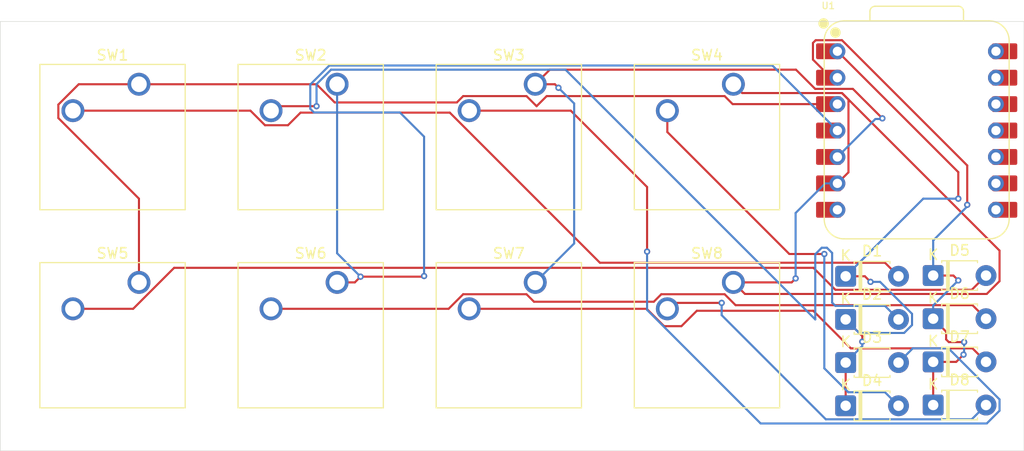
<source format=kicad_pcb>
(kicad_pcb (version 20241229) (generator "pcbnew") (generator_version "9.0")
  (layers (0 "F.Cu" signal) (2 "B.Cu" signal) (13 "F.Paste" user) (15 "B.Paste" user) (5 "F.SilkS" user "F.Silkscreen") (7 "B.SilkS" user "B.Silkscreen") (1 "F.Mask" user) (3 "B.Mask" user) (25 "Edge.Cuts" user))
  (net 0 "")
  (net 1 "Net-(D1-A)")
  (net 2 "Net-(D1-K)")
  (net 3 "Net-(D2-A)")
  (net 4 "Net-(D3-A)")
  (net 5 "Net-(D4-A)")
  (net 6 "Net-(D5-K)")
  (net 7 "Net-(D5-A)")
  (net 8 "Net-(D6-A)")
  (net 9 "Net-(D7-A)")
  (net 10 "Net-(D8-A)")
  (net 11 "Net-(U1-GPIO28{slash}ADC2{slash}A2)")
  (net 12 "Net-(U1-GPIO29{slash}ADC3{slash}A3)")
  (net 13 "Net-(U1-GPIO6{slash}SDA)")
  (net 14 "Net-(U1-GPIO7{slash}SCL)")
  (net 17 "GND")
  (footprint "Button_Switch_Keyboard:SW_Cherry_MX_1.00u_PCB" (layer "F.Cu") (at 157.7975 64.77)
    (property "Reference" "SW6" (at -2.54 -2.794 0) (layer "F.SilkS"))
    (property "Value" "SW_Push")
    (fp_line (start -9.525 -1.905) (end 4.445 -1.905) (stroke (width 0.12)) (layer "F.SilkS"))
    (fp_line (start -9.525 12.065) (end -9.525 -1.905) (stroke (width 0.12)) (layer "F.SilkS"))
    (fp_line (start 4.445 -1.905) (end 4.445 12.065) (stroke (width 0.12)) (layer "F.SilkS"))
    (fp_line (start 4.445 12.065) (end -9.525 12.065) (stroke (width 0.12)) (layer "F.SilkS"))
    (pad "" np_thru_hole circle (at -7.62 5.08) (size 1.7 1.7) (drill 1.7) (layers "*.Cu" "*.Mask"))
    (pad "" np_thru_hole circle (at -2.54 5.08) (size 4 4) (drill 4) (layers "*.Cu" "*.Mask"))
    (pad "" np_thru_hole circle (at 2.54 5.08) (size 1.7 1.7) (drill 1.7) (layers "*.Cu" "*.Mask"))
    (pad "1" thru_hole circle (at 0 0) (size 2.2 2.2) (drill 1.5) (layers "*.Cu" "*.Mask") (net 12 "Net-(U1-GPIO29{slash}ADC3{slash}A3)"))
    (pad "2" thru_hole circle (at -6.35 2.54) (size 2.2 2.2) (drill 1.5) (layers "*.Cu" "*.Mask") (net 8 "Net-(D6-A)"))
  )
  (footprint "Diode_THT:D_T-1_P5.08mm_Horizontal" (layer "F.Cu") (at 215.10625 76.5625)
    (property "Reference" "D8" (at 2.54 -2.42 0) (layer "F.SilkS"))
    (property "Value" "D")
    (fp_line (start 0.82 -1.42) (end 4.26 -1.42) (stroke (width 0.12)) (layer "F.SilkS"))
    (fp_line (start 0.82 -1.24) (end 0.82 -1.42) (stroke (width 0.12)) (layer "F.SilkS"))
    (fp_line (start 0.82 1.24) (end 0.82 1.42) (stroke (width 0.12)) (layer "F.SilkS"))
    (fp_line (start 0.82 1.42) (end 4.26 1.42) (stroke (width 0.12)) (layer "F.SilkS"))
    (fp_line (start 1.3 -1.42) (end 1.3 1.42) (stroke (width 0.12)) (layer "F.SilkS"))
    (fp_line (start 1.42 -1.42) (end 1.42 1.42) (stroke (width 0.12)) (layer "F.SilkS"))
    (fp_line (start 1.54 -1.42) (end 1.54 1.42) (stroke (width 0.12)) (layer "F.SilkS"))
    (fp_line (start 4.26 -1.42) (end 4.26 -1.24) (stroke (width 0.12)) (layer "F.SilkS"))
    (fp_line (start 4.26 1.42) (end 4.26 1.24) (stroke (width 0.12)) (layer "F.SilkS"))
    (fp_text user "K" (at 0 -2 0) (layer "F.SilkS"))
    (pad "1" thru_hole roundrect (at 0 0) (size 2 2) (drill 1) (layers "*.Cu" "*.Mask") (roundrect_rratio 0.125) (net 6 "Net-(D5-K)"))
    (pad "2" thru_hole circle (at 5.08 0) (size 2 2) (drill 1) (layers "*.Cu" "*.Mask") (net 10 "Net-(D8-A)"))
  )
  (footprint "Diode_THT:D_T-1_P5.08mm_Horizontal" (layer "F.Cu") (at 206.6925 76.63125)
    (property "Reference" "D4" (at 2.54 -2.42 0) (layer "F.SilkS"))
    (property "Value" "D")
    (fp_line (start 0.82 -1.42) (end 4.26 -1.42) (stroke (width 0.12)) (layer "F.SilkS"))
    (fp_line (start 0.82 -1.24) (end 0.82 -1.42) (stroke (width 0.12)) (layer "F.SilkS"))
    (fp_line (start 0.82 1.24) (end 0.82 1.42) (stroke (width 0.12)) (layer "F.SilkS"))
    (fp_line (start 0.82 1.42) (end 4.26 1.42) (stroke (width 0.12)) (layer "F.SilkS"))
    (fp_line (start 1.3 -1.42) (end 1.3 1.42) (stroke (width 0.12)) (layer "F.SilkS"))
    (fp_line (start 1.42 -1.42) (end 1.42 1.42) (stroke (width 0.12)) (layer "F.SilkS"))
    (fp_line (start 1.54 -1.42) (end 1.54 1.42) (stroke (width 0.12)) (layer "F.SilkS"))
    (fp_line (start 4.26 -1.42) (end 4.26 -1.24) (stroke (width 0.12)) (layer "F.SilkS"))
    (fp_line (start 4.26 1.42) (end 4.26 1.24) (stroke (width 0.12)) (layer "F.SilkS"))
    (fp_text user "K" (at 0 -2 0) (layer "F.SilkS"))
    (pad "1" thru_hole roundrect (at 0 0) (size 2 2) (drill 1) (layers "*.Cu" "*.Mask") (roundrect_rratio 0.125) (net 2 "Net-(D1-K)"))
    (pad "2" thru_hole circle (at 5.08 0) (size 2 2) (drill 1) (layers "*.Cu" "*.Mask") (net 5 "Net-(D4-A)"))
  )
  (footprint "Diode_THT:D_T-1_P5.08mm_Horizontal" (layer "F.Cu") (at 215.10625 68.2625)
    (property "Reference" "D6" (at 2.54 -2.42 0) (layer "F.SilkS"))
    (property "Value" "D")
    (fp_line (start 0.82 -1.42) (end 4.26 -1.42) (stroke (width 0.12)) (layer "F.SilkS"))
    (fp_line (start 0.82 -1.24) (end 0.82 -1.42) (stroke (width 0.12)) (layer "F.SilkS"))
    (fp_line (start 0.82 1.24) (end 0.82 1.42) (stroke (width 0.12)) (layer "F.SilkS"))
    (fp_line (start 0.82 1.42) (end 4.26 1.42) (stroke (width 0.12)) (layer "F.SilkS"))
    (fp_line (start 1.3 -1.42) (end 1.3 1.42) (stroke (width 0.12)) (layer "F.SilkS"))
    (fp_line (start 1.42 -1.42) (end 1.42 1.42) (stroke (width 0.12)) (layer "F.SilkS"))
    (fp_line (start 1.54 -1.42) (end 1.54 1.42) (stroke (width 0.12)) (layer "F.SilkS"))
    (fp_line (start 4.26 -1.42) (end 4.26 -1.24) (stroke (width 0.12)) (layer "F.SilkS"))
    (fp_line (start 4.26 1.42) (end 4.26 1.24) (stroke (width 0.12)) (layer "F.SilkS"))
    (fp_text user "K" (at 0 -2 0) (layer "F.SilkS"))
    (pad "1" thru_hole roundrect (at 0 0) (size 2 2) (drill 1) (layers "*.Cu" "*.Mask") (roundrect_rratio 0.125) (net 6 "Net-(D5-K)"))
    (pad "2" thru_hole circle (at 5.08 0) (size 2 2) (drill 1) (layers "*.Cu" "*.Mask") (net 8 "Net-(D6-A)"))
  )
  (footprint "Button_Switch_Keyboard:SW_Cherry_MX_1.00u_PCB" (layer "F.Cu") (at 138.7475 45.72)
    (property "Reference" "SW1" (at -2.54 -2.794 0) (layer "F.SilkS"))
    (property "Value" "SW_Push")
    (fp_line (start -9.525 -1.905) (end 4.445 -1.905) (stroke (width 0.12)) (layer "F.SilkS"))
    (fp_line (start -9.525 12.065) (end -9.525 -1.905) (stroke (width 0.12)) (layer "F.SilkS"))
    (fp_line (start 4.445 -1.905) (end 4.445 12.065) (stroke (width 0.12)) (layer "F.SilkS"))
    (fp_line (start 4.445 12.065) (end -9.525 12.065) (stroke (width 0.12)) (layer "F.SilkS"))
    (pad "" np_thru_hole circle (at -7.62 5.08) (size 1.7 1.7) (drill 1.7) (layers "*.Cu" "*.Mask"))
    (pad "" np_thru_hole circle (at -2.54 5.08) (size 4 4) (drill 4) (layers "*.Cu" "*.Mask"))
    (pad "" np_thru_hole circle (at 2.54 5.08) (size 1.7 1.7) (drill 1.7) (layers "*.Cu" "*.Mask"))
    (pad "1" thru_hole circle (at 0 0) (size 2.2 2.2) (drill 1.5) (layers "*.Cu" "*.Mask") (net 11 "Net-(U1-GPIO28{slash}ADC2{slash}A2)"))
    (pad "2" thru_hole circle (at -6.35 2.54) (size 2.2 2.2) (drill 1.5) (layers "*.Cu" "*.Mask") (net 1 "Net-(D1-A)"))
  )
  (footprint "Button_Switch_Keyboard:SW_Cherry_MX_1.00u_PCB" (layer "F.Cu") (at 138.7475 64.77)
    (property "Reference" "SW5" (at -2.54 -2.794 0) (layer "F.SilkS"))
    (property "Value" "SW_Push")
    (fp_line (start -9.525 -1.905) (end 4.445 -1.905) (stroke (width 0.12)) (layer "F.SilkS"))
    (fp_line (start -9.525 12.065) (end -9.525 -1.905) (stroke (width 0.12)) (layer "F.SilkS"))
    (fp_line (start 4.445 -1.905) (end 4.445 12.065) (stroke (width 0.12)) (layer "F.SilkS"))
    (fp_line (start 4.445 12.065) (end -9.525 12.065) (stroke (width 0.12)) (layer "F.SilkS"))
    (pad "" np_thru_hole circle (at -7.62 5.08) (size 1.7 1.7) (drill 1.7) (layers "*.Cu" "*.Mask"))
    (pad "" np_thru_hole circle (at -2.54 5.08) (size 4 4) (drill 4) (layers "*.Cu" "*.Mask"))
    (pad "" np_thru_hole circle (at 2.54 5.08) (size 1.7 1.7) (drill 1.7) (layers "*.Cu" "*.Mask"))
    (pad "1" thru_hole circle (at 0 0) (size 2.2 2.2) (drill 1.5) (layers "*.Cu" "*.Mask") (net 11 "Net-(U1-GPIO28{slash}ADC2{slash}A2)"))
    (pad "2" thru_hole circle (at -6.35 2.54) (size 2.2 2.2) (drill 1.5) (layers "*.Cu" "*.Mask") (net 7 "Net-(D5-A)"))
  )
  (footprint "Diode_THT:D_T-1_P5.08mm_Horizontal" (layer "F.Cu") (at 206.6925 68.33125)
    (property "Reference" "D2" (at 2.54 -2.42 0) (layer "F.SilkS"))
    (property "Value" "D")
    (fp_line (start 0.82 -1.42) (end 4.26 -1.42) (stroke (width 0.12)) (layer "F.SilkS"))
    (fp_line (start 0.82 -1.24) (end 0.82 -1.42) (stroke (width 0.12)) (layer "F.SilkS"))
    (fp_line (start 0.82 1.24) (end 0.82 1.42) (stroke (width 0.12)) (layer "F.SilkS"))
    (fp_line (start 0.82 1.42) (end 4.26 1.42) (stroke (width 0.12)) (layer "F.SilkS"))
    (fp_line (start 1.3 -1.42) (end 1.3 1.42) (stroke (width 0.12)) (layer "F.SilkS"))
    (fp_line (start 1.42 -1.42) (end 1.42 1.42) (stroke (width 0.12)) (layer "F.SilkS"))
    (fp_line (start 1.54 -1.42) (end 1.54 1.42) (stroke (width 0.12)) (layer "F.SilkS"))
    (fp_line (start 4.26 -1.42) (end 4.26 -1.24) (stroke (width 0.12)) (layer "F.SilkS"))
    (fp_line (start 4.26 1.42) (end 4.26 1.24) (stroke (width 0.12)) (layer "F.SilkS"))
    (fp_text user "K" (at 0 -2 0) (layer "F.SilkS"))
    (pad "1" thru_hole roundrect (at 0 0) (size 2 2) (drill 1) (layers "*.Cu" "*.Mask") (roundrect_rratio 0.125) (net 2 "Net-(D1-K)"))
    (pad "2" thru_hole circle (at 5.08 0) (size 2 2) (drill 1) (layers "*.Cu" "*.Mask") (net 3 "Net-(D2-A)"))
  )
  (footprint "Button_Switch_Keyboard:SW_Cherry_MX_1.00u_PCB" (layer "F.Cu") (at 157.7975 45.72)
    (property "Reference" "SW2" (at -2.54 -2.794 0) (layer "F.SilkS"))
    (property "Value" "SW_Push")
    (fp_line (start -9.525 -1.905) (end 4.445 -1.905) (stroke (width 0.12)) (layer "F.SilkS"))
    (fp_line (start -9.525 12.065) (end -9.525 -1.905) (stroke (width 0.12)) (layer "F.SilkS"))
    (fp_line (start 4.445 -1.905) (end 4.445 12.065) (stroke (width 0.12)) (layer "F.SilkS"))
    (fp_line (start 4.445 12.065) (end -9.525 12.065) (stroke (width 0.12)) (layer "F.SilkS"))
    (pad "" np_thru_hole circle (at -7.62 5.08) (size 1.7 1.7) (drill 1.7) (layers "*.Cu" "*.Mask"))
    (pad "" np_thru_hole circle (at -2.54 5.08) (size 4 4) (drill 4) (layers "*.Cu" "*.Mask"))
    (pad "" np_thru_hole circle (at 2.54 5.08) (size 1.7 1.7) (drill 1.7) (layers "*.Cu" "*.Mask"))
    (pad "1" thru_hole circle (at 0 0) (size 2.2 2.2) (drill 1.5) (layers "*.Cu" "*.Mask") (net 12 "Net-(U1-GPIO29{slash}ADC3{slash}A3)"))
    (pad "2" thru_hole circle (at -6.35 2.54) (size 2.2 2.2) (drill 1.5) (layers "*.Cu" "*.Mask") (net 3 "Net-(D2-A)"))
  )
  (footprint "OPL:XIAO-RP2040-DIP" (layer "F.Cu") (at 213.51875 50.17)
    (property "Reference" "U1" (at -8.5 -12 0) (layer "F.SilkS") (effects (font (size 0.635 0.635) (thickness 0.1016))))
    (property "Value" "XIAO-RP2040-DIP")
    (fp_line (start -8.89 8.509) (end -8.89 -8.636) (stroke (width 0.127)) (layer "F.SilkS"))
    (fp_line (start -6.985 10.414) (end 6.985 10.414) (stroke (width 0.127)) (layer "F.SilkS"))
    (fp_line (start -4.495 -10.541) (end -4.491272 -11.451272) (stroke (width 0.127)) (layer "F.SilkS"))
    (fp_line (start -3.991272 -11.951) (end 4.004 -11.951) (stroke (width 0.127)) (layer "F.SilkS"))
    (fp_line (start 4.504 -11.451) (end 4.504 -10.541) (stroke (width 0.127)) (layer "F.SilkS"))
    (fp_line (start 6.985 -10.541) (end -6.985 -10.541) (stroke (width 0.1)) (layer "F.SilkS"))
    (fp_line (start 6.985 -10.541) (end -6.985 -10.541) (stroke (width 0.127)) (layer "F.SilkS"))
    (fp_line (start 8.89 8.509) (end 8.89 -8.636) (stroke (width 0.127)) (layer "F.SilkS"))
    (fp_arc (start -8.89 -8.636) (mid -8.332038 -9.983038) (end -6.985 -10.541) (stroke (width 0.127)) (layer "F.SilkS"))
    (fp_arc (start -6.985 10.414) (mid -8.332038 9.856038) (end -8.89 8.509) (stroke (width 0.127)) (layer "F.SilkS"))
    (fp_arc (start -4.491272 -11.451272) (mid -4.344728 -11.80464) (end -3.991272 -11.951) (stroke (width 0.127)) (layer "F.SilkS"))
    (fp_arc (start 4.004 -11.951) (mid 4.357553 -11.804553) (end 4.504 -11.451) (stroke (width 0.127)) (layer "F.SilkS"))
    (fp_arc (start 6.985 -10.541) (mid 8.332038 -9.983038) (end 8.89 -8.636) (stroke (width 0.127)) (layer "F.SilkS"))
    (fp_arc (start 8.89 8.509) (mid 8.332038 9.856038) (end 6.985 10.414) (stroke (width 0.127)) (layer "F.SilkS"))
    (fp_circle (center -8.95 -10.3) (end -8.95 -10.554) (stroke (width 0.5)) (fill yes) (layer "F.SilkS"))
    (fp_circle (center -7.807 -9.42) (end -7.807 -9.674) (stroke (width 0.5)) (fill yes) (layer "F.SilkS"))
    (pad "1" smd roundrect (at -8.455 -7.62 180) (size 2.432 1.524) (layers "F.Cu" "F.Mask") (roundrect_rratio 0.1) (net 2 "Net-(D1-K)"))
    (pad "1" thru_hole circle (at -7.62 -7.62 180) (size 1.524 1.524) (drill 0.889) (layers "*.Cu" "*.Mask") (net 2 "Net-(D1-K)"))
    (pad "2" smd roundrect (at -8.455 -5.08 180) (size 2.432 1.524) (layers "F.Cu" "F.Mask") (roundrect_rratio 0.1) (net 6 "Net-(D5-K)"))
    (pad "2" thru_hole circle (at -7.62 -5.08 180) (size 1.524 1.524) (drill 0.889) (layers "*.Cu" "*.Mask") (net 6 "Net-(D5-K)"))
    (pad "3" smd roundrect (at -8.455 -2.54 180) (size 2.432 1.524) (layers "F.Cu" "F.Mask") (roundrect_rratio 0.1) (net 11 "Net-(U1-GPIO28{slash}ADC2{slash}A2)"))
    (pad "3" thru_hole circle (at -7.62 -2.54 180) (size 1.524 1.524) (drill 0.889) (layers "*.Cu" "*.Mask") (net 11 "Net-(U1-GPIO28{slash}ADC2{slash}A2)"))
    (pad "4" smd roundrect (at -8.455 0 180) (size 2.432 1.524) (layers "F.Cu" "F.Mask") (roundrect_rratio 0.1) (net 12 "Net-(U1-GPIO29{slash}ADC3{slash}A3)"))
    (pad "4" thru_hole circle (at -7.62 0 180) (size 1.524 1.524) (drill 0.889) (layers "*.Cu" "*.Mask") (net 12 "Net-(U1-GPIO29{slash}ADC3{slash}A3)"))
    (pad "5" smd roundrect (at -8.455 2.54 180) (size 2.432 1.524) (layers "F.Cu" "F.Mask") (roundrect_rratio 0.1) (net 13 "Net-(U1-GPIO6{slash}SDA)"))
    (pad "5" thru_hole circle (at -7.62 2.54 180) (size 1.524 1.524) (drill 0.889) (layers "*.Cu" "*.Mask") (net 13 "Net-(U1-GPIO6{slash}SDA)"))
    (pad "6" smd roundrect (at -8.455 5.08 180) (size 2.432 1.524) (layers "F.Cu" "F.Mask") (roundrect_rratio 0.1) (net 14 "Net-(U1-GPIO7{slash}SCL)"))
    (pad "6" thru_hole circle (at -7.62 5.08 180) (size 1.524 1.524) (drill 0.889) (layers "*.Cu" "*.Mask") (net 14 "Net-(U1-GPIO7{slash}SCL)"))
    (pad "7" smd roundrect (at -8.455 7.62 180) (size 2.432 1.524) (layers "F.Cu" "F.Mask") (roundrect_rratio 0.1))
    (pad "7" thru_hole circle (at -7.62 7.62 180) (size 1.524 1.524) (drill 0.889) (layers "*.Cu" "*.Mask"))
    (pad "8" thru_hole circle (at 7.62 7.62) (size 1.524 1.524) (drill 0.889) (layers "*.Cu" "*.Mask"))
    (pad "8" smd roundrect (at 8.455 7.62) (size 2.432 1.524) (layers "F.Cu" "F.Mask") (roundrect_rratio 0.1))
    (pad "9" thru_hole circle (at 7.62 5.08) (size 1.524 1.524) (drill 0.889) (layers "*.Cu" "*.Mask"))
    (pad "9" smd roundrect (at 8.455 5.08) (size 2.432 1.524) (layers "F.Cu" "F.Mask") (roundrect_rratio 0.1))
    (pad "10" thru_hole circle (at 7.62 2.54) (size 1.524 1.524) (drill 0.889) (layers "*.Cu" "*.Mask"))
    (pad "10" smd roundrect (at 8.455 2.54) (size 2.432 1.524) (layers "F.Cu" "F.Mask") (roundrect_rratio 0.1))
    (pad "11" thru_hole circle (at 7.62 0) (size 1.524 1.524) (drill 0.889) (layers "*.Cu" "*.Mask"))
    (pad "11" smd roundrect (at 8.455 0) (size 2.432 1.524) (layers "F.Cu" "F.Mask") (roundrect_rratio 0.1))
    (pad "12" thru_hole circle (at 7.62 -2.54) (size 1.524 1.524) (drill 0.889) (layers "*.Cu" "*.Mask"))
    (pad "12" smd roundrect (at 8.455 -2.54) (size 2.432 1.524) (layers "F.Cu" "F.Mask") (roundrect_rratio 0.1))
    (pad "13" thru_hole circle (at 7.62 -5.08) (size 1.524 1.524) (drill 0.889) (layers "*.Cu" "*.Mask") (net 17 "GND"))
    (pad "13" smd roundrect (at 8.455 -5.08) (size 2.432 1.524) (layers "F.Cu" "F.Mask") (roundrect_rratio 0.1) (net 17 "GND"))
    (pad "14" thru_hole circle (at 7.62 -7.62) (size 1.524 1.524) (drill 0.889) (layers "*.Cu" "*.Mask"))
    (pad "14" smd roundrect (at 8.455 -7.62) (size 2.432 1.524) (layers "F.Cu" "F.Mask") (roundrect_rratio 0.1))
  )
  (footprint "Diode_THT:D_T-1_P5.08mm_Horizontal" (layer "F.Cu") (at 215.10625 72.4125)
    (property "Reference" "D7" (at 2.54 -2.42 0) (layer "F.SilkS"))
    (property "Value" "D")
    (fp_line (start 0.82 -1.42) (end 4.26 -1.42) (stroke (width 0.12)) (layer "F.SilkS"))
    (fp_line (start 0.82 -1.24) (end 0.82 -1.42) (stroke (width 0.12)) (layer "F.SilkS"))
    (fp_line (start 0.82 1.24) (end 0.82 1.42) (stroke (width 0.12)) (layer "F.SilkS"))
    (fp_line (start 0.82 1.42) (end 4.26 1.42) (stroke (width 0.12)) (layer "F.SilkS"))
    (fp_line (start 1.3 -1.42) (end 1.3 1.42) (stroke (width 0.12)) (layer "F.SilkS"))
    (fp_line (start 1.42 -1.42) (end 1.42 1.42) (stroke (width 0.12)) (layer "F.SilkS"))
    (fp_line (start 1.54 -1.42) (end 1.54 1.42) (stroke (width 0.12)) (layer "F.SilkS"))
    (fp_line (start 4.26 -1.42) (end 4.26 -1.24) (stroke (width 0.12)) (layer "F.SilkS"))
    (fp_line (start 4.26 1.42) (end 4.26 1.24) (stroke (width 0.12)) (layer "F.SilkS"))
    (fp_text user "K" (at 0 -2 0) (layer "F.SilkS"))
    (pad "1" thru_hole roundrect (at 0 0) (size 2 2) (drill 1) (layers "*.Cu" "*.Mask") (roundrect_rratio 0.125) (net 6 "Net-(D5-K)"))
    (pad "2" thru_hole circle (at 5.08 0) (size 2 2) (drill 1) (layers "*.Cu" "*.Mask") (net 9 "Net-(D7-A)"))
  )
  (footprint "Button_Switch_Keyboard:SW_Cherry_MX_1.00u_PCB" (layer "F.Cu") (at 195.8975 45.72)
    (property "Reference" "SW4" (at -2.54 -2.794 0) (layer "F.SilkS"))
    (property "Value" "SW_Push")
    (fp_line (start -9.525 -1.905) (end 4.445 -1.905) (stroke (width 0.12)) (layer "F.SilkS"))
    (fp_line (start -9.525 12.065) (end -9.525 -1.905) (stroke (width 0.12)) (layer "F.SilkS"))
    (fp_line (start 4.445 -1.905) (end 4.445 12.065) (stroke (width 0.12)) (layer "F.SilkS"))
    (fp_line (start 4.445 12.065) (end -9.525 12.065) (stroke (width 0.12)) (layer "F.SilkS"))
    (pad "" np_thru_hole circle (at -7.62 5.08) (size 1.7 1.7) (drill 1.7) (layers "*.Cu" "*.Mask"))
    (pad "" np_thru_hole circle (at -2.54 5.08) (size 4 4) (drill 4) (layers "*.Cu" "*.Mask"))
    (pad "" np_thru_hole circle (at 2.54 5.08) (size 1.7 1.7) (drill 1.7) (layers "*.Cu" "*.Mask"))
    (pad "1" thru_hole circle (at 0 0) (size 2.2 2.2) (drill 1.5) (layers "*.Cu" "*.Mask") (net 14 "Net-(U1-GPIO7{slash}SCL)"))
    (pad "2" thru_hole circle (at -6.35 2.54) (size 2.2 2.2) (drill 1.5) (layers "*.Cu" "*.Mask") (net 5 "Net-(D4-A)"))
  )
  (footprint "Button_Switch_Keyboard:SW_Cherry_MX_1.00u_PCB" (layer "F.Cu") (at 176.8475 64.77)
    (property "Reference" "SW7" (at -2.54 -2.794 0) (layer "F.SilkS"))
    (property "Value" "SW_Push")
    (fp_line (start -9.525 -1.905) (end 4.445 -1.905) (stroke (width 0.12)) (layer "F.SilkS"))
    (fp_line (start -9.525 12.065) (end -9.525 -1.905) (stroke (width 0.12)) (layer "F.SilkS"))
    (fp_line (start 4.445 -1.905) (end 4.445 12.065) (stroke (width 0.12)) (layer "F.SilkS"))
    (fp_line (start 4.445 12.065) (end -9.525 12.065) (stroke (width 0.12)) (layer "F.SilkS"))
    (pad "" np_thru_hole circle (at -7.62 5.08) (size 1.7 1.7) (drill 1.7) (layers "*.Cu" "*.Mask"))
    (pad "" np_thru_hole circle (at -2.54 5.08) (size 4 4) (drill 4) (layers "*.Cu" "*.Mask"))
    (pad "" np_thru_hole circle (at 2.54 5.08) (size 1.7 1.7) (drill 1.7) (layers "*.Cu" "*.Mask"))
    (pad "1" thru_hole circle (at 0 0) (size 2.2 2.2) (drill 1.5) (layers "*.Cu" "*.Mask") (net 13 "Net-(U1-GPIO6{slash}SDA)"))
    (pad "2" thru_hole circle (at -6.35 2.54) (size 2.2 2.2) (drill 1.5) (layers "*.Cu" "*.Mask") (net 9 "Net-(D7-A)"))
  )
  (footprint "Button_Switch_Keyboard:SW_Cherry_MX_1.00u_PCB" (layer "F.Cu") (at 176.8475 45.72)
    (property "Reference" "SW3" (at -2.54 -2.794 0) (layer "F.SilkS"))
    (property "Value" "SW_Push")
    (fp_line (start -9.525 -1.905) (end 4.445 -1.905) (stroke (width 0.12)) (layer "F.SilkS"))
    (fp_line (start -9.525 12.065) (end -9.525 -1.905) (stroke (width 0.12)) (layer "F.SilkS"))
    (fp_line (start 4.445 -1.905) (end 4.445 12.065) (stroke (width 0.12)) (layer "F.SilkS"))
    (fp_line (start 4.445 12.065) (end -9.525 12.065) (stroke (width 0.12)) (layer "F.SilkS"))
    (pad "" np_thru_hole circle (at -7.62 5.08) (size 1.7 1.7) (drill 1.7) (layers "*.Cu" "*.Mask"))
    (pad "" np_thru_hole circle (at -2.54 5.08) (size 4 4) (drill 4) (layers "*.Cu" "*.Mask"))
    (pad "" np_thru_hole circle (at 2.54 5.08) (size 1.7 1.7) (drill 1.7) (layers "*.Cu" "*.Mask"))
    (pad "1" thru_hole circle (at 0 0) (size 2.2 2.2) (drill 1.5) (layers "*.Cu" "*.Mask") (net 13 "Net-(U1-GPIO6{slash}SDA)"))
    (pad "2" thru_hole circle (at -6.35 2.54) (size 2.2 2.2) (drill 1.5) (layers "*.Cu" "*.Mask") (net 4 "Net-(D3-A)"))
  )
  (footprint "Diode_THT:D_T-1_P5.08mm_Horizontal" (layer "F.Cu") (at 215.10625 64.1125)
    (property "Reference" "D5" (at 2.54 -2.42 0) (layer "F.SilkS"))
    (property "Value" "D")
    (fp_line (start 0.82 -1.42) (end 4.26 -1.42) (stroke (width 0.12)) (layer "F.SilkS"))
    (fp_line (start 0.82 -1.24) (end 0.82 -1.42) (stroke (width 0.12)) (layer "F.SilkS"))
    (fp_line (start 0.82 1.24) (end 0.82 1.42) (stroke (width 0.12)) (layer "F.SilkS"))
    (fp_line (start 0.82 1.42) (end 4.26 1.42) (stroke (width 0.12)) (layer "F.SilkS"))
    (fp_line (start 1.3 -1.42) (end 1.3 1.42) (stroke (width 0.12)) (layer "F.SilkS"))
    (fp_line (start 1.42 -1.42) (end 1.42 1.42) (stroke (width 0.12)) (layer "F.SilkS"))
    (fp_line (start 1.54 -1.42) (end 1.54 1.42) (stroke (width 0.12)) (layer "F.SilkS"))
    (fp_line (start 4.26 -1.42) (end 4.26 -1.24) (stroke (width 0.12)) (layer "F.SilkS"))
    (fp_line (start 4.26 1.42) (end 4.26 1.24) (stroke (width 0.12)) (layer "F.SilkS"))
    (fp_text user "K" (at 0 -2 0) (layer "F.SilkS"))
    (pad "1" thru_hole roundrect (at 0 0) (size 2 2) (drill 1) (layers "*.Cu" "*.Mask") (roundrect_rratio 0.125) (net 6 "Net-(D5-K)"))
    (pad "2" thru_hole circle (at 5.08 0) (size 2 2) (drill 1) (layers "*.Cu" "*.Mask") (net 7 "Net-(D5-A)"))
  )
  (footprint "Button_Switch_Keyboard:SW_Cherry_MX_1.00u_PCB" (layer "F.Cu") (at 195.8975 64.77)
    (property "Reference" "SW8" (at -2.54 -2.794 0) (layer "F.SilkS"))
    (property "Value" "SW_Push")
    (fp_line (start -9.525 -1.905) (end 4.445 -1.905) (stroke (width 0.12)) (layer "F.SilkS"))
    (fp_line (start -9.525 12.065) (end -9.525 -1.905) (stroke (width 0.12)) (layer "F.SilkS"))
    (fp_line (start 4.445 -1.905) (end 4.445 12.065) (stroke (width 0.12)) (layer "F.SilkS"))
    (fp_line (start 4.445 12.065) (end -9.525 12.065) (stroke (width 0.12)) (layer "F.SilkS"))
    (pad "" np_thru_hole circle (at -7.62 5.08) (size 1.7 1.7) (drill 1.7) (layers "*.Cu" "*.Mask"))
    (pad "" np_thru_hole circle (at -2.54 5.08) (size 4 4) (drill 4) (layers "*.Cu" "*.Mask"))
    (pad "" np_thru_hole circle (at 2.54 5.08) (size 1.7 1.7) (drill 1.7) (layers "*.Cu" "*.Mask"))
    (pad "1" thru_hole circle (at 0 0) (size 2.2 2.2) (drill 1.5) (layers "*.Cu" "*.Mask") (net 14 "Net-(U1-GPIO7{slash}SCL)"))
    (pad "2" thru_hole circle (at -6.35 2.54) (size 2.2 2.2) (drill 1.5) (layers "*.Cu" "*.Mask") (net 10 "Net-(D8-A)"))
  )
  (footprint "Diode_THT:D_T-1_P5.08mm_Horizontal" (layer "F.Cu") (at 206.6925 64.18125)
    (property "Reference" "D1" (at 2.54 -2.42 0) (layer "F.SilkS"))
    (property "Value" "D")
    (fp_line (start 0.82 -1.42) (end 4.26 -1.42) (stroke (width 0.12)) (layer "F.SilkS"))
    (fp_line (start 0.82 -1.24) (end 0.82 -1.42) (stroke (width 0.12)) (layer "F.SilkS"))
    (fp_line (start 0.82 1.24) (end 0.82 1.42) (stroke (width 0.12)) (layer "F.SilkS"))
    (fp_line (start 0.82 1.42) (end 4.26 1.42) (stroke (width 0.12)) (layer "F.SilkS"))
    (fp_line (start 1.3 -1.42) (end 1.3 1.42) (stroke (width 0.12)) (layer "F.SilkS"))
    (fp_line (start 1.42 -1.42) (end 1.42 1.42) (stroke (width 0.12)) (layer "F.SilkS"))
    (fp_line (start 1.54 -1.42) (end 1.54 1.42) (stroke (width 0.12)) (layer "F.SilkS"))
    (fp_line (start 4.26 -1.42) (end 4.26 -1.24) (stroke (width 0.12)) (layer "F.SilkS"))
    (fp_line (start 4.26 1.42) (end 4.26 1.24) (stroke (width 0.12)) (layer "F.SilkS"))
    (fp_text user "K" (at 0 -2 0) (layer "F.SilkS"))
    (pad "1" thru_hole roundrect (at 0 0) (size 2 2) (drill 1) (layers "*.Cu" "*.Mask") (roundrect_rratio 0.125) (net 2 "Net-(D1-K)"))
    (pad "2" thru_hole circle (at 5.08 0) (size 2 2) (drill 1) (layers "*.Cu" "*.Mask") (net 1 "Net-(D1-A)"))
  )
  (footprint "Diode_THT:D_T-1_P5.08mm_Horizontal" (layer "F.Cu") (at 206.6925 72.48125)
    (property "Reference" "D3" (at 2.54 -2.42 0) (layer "F.SilkS"))
    (property "Value" "D")
    (fp_line (start 0.82 -1.42) (end 4.26 -1.42) (stroke (width 0.12)) (layer "F.SilkS"))
    (fp_line (start 0.82 -1.24) (end 0.82 -1.42) (stroke (width 0.12)) (layer "F.SilkS"))
    (fp_line (start 0.82 1.24) (end 0.82 1.42) (stroke (width 0.12)) (layer "F.SilkS"))
    (fp_line (start 0.82 1.42) (end 4.26 1.42) (stroke (width 0.12)) (layer "F.SilkS"))
    (fp_line (start 1.3 -1.42) (end 1.3 1.42) (stroke (width 0.12)) (layer "F.SilkS"))
    (fp_line (start 1.42 -1.42) (end 1.42 1.42) (stroke (width 0.12)) (layer "F.SilkS"))
    (fp_line (start 1.54 -1.42) (end 1.54 1.42) (stroke (width 0.12)) (layer "F.SilkS"))
    (fp_line (start 4.26 -1.42) (end 4.26 -1.24) (stroke (width 0.12)) (layer "F.SilkS"))
    (fp_line (start 4.26 1.42) (end 4.26 1.24) (stroke (width 0.12)) (layer "F.SilkS"))
    (fp_text user "K" (at 0 -2 0) (layer "F.SilkS"))
    (pad "1" thru_hole roundrect (at 0 0) (size 2 2) (drill 1) (layers "*.Cu" "*.Mask") (roundrect_rratio 0.125) (net 2 "Net-(D1-K)"))
    (pad "2" thru_hole circle (at 5.08 0) (size 2 2) (drill 1) (layers "*.Cu" "*.Mask") (net 4 "Net-(D3-A)"))
  )
  (gr_rect (start 125.4125 39.6875) (end 223.8375 80.9625) (stroke (width 0.05)) (fill no) (layer "Edge.Cuts"))
  (segment (start 153.071684 49.661) (end 154.283684 48.449) (width 0.2) (layer "F.Cu") (net 1))
  (segment (start 149.466186 48.26) (end 150.867186 49.661) (width 0.2) (layer "F.Cu") (net 1))
  (segment (start 210.4715 62.88025) (end 211.7725 64.18125) (width 0.2) (layer "F.Cu") (net 1))
  (segment (start 132.35125 48.30625) (end 132.3975 48.26) (width 0.2) (layer "F.Cu") (net 1))
  (segment (start 168.631684 48.449) (end 183.062934 62.88025) (width 0.2) (layer "F.Cu") (net 1))
  (segment (start 132.3975 48.26) (end 149.466186 48.26) (width 0.2) (layer "F.Cu") (net 1))
  (segment (start 183.062934 62.88025) (end 210.4715 62.88025) (width 0.2) (layer "F.Cu") (net 1))
  (segment (start 154.283684 48.449) (end 168.631684 48.449) (width 0.2) (layer "F.Cu") (net 1))
  (segment (start 150.867186 49.661) (end 153.071684 49.661) (width 0.2) (layer "F.Cu") (net 1))
  (segment (start 206.6925 68.33125) (end 208.29 69.92875) (width 0.2) (layer "F.Cu") (net 2))
  (segment (start 208.29 69.92875) (end 208.29 70.47) (width 0.2) (layer "F.Cu") (net 2))
  (segment (start 205.89875 42.55) (end 217.52 54.17125) (width 0.2) (layer "F.Cu") (net 2))
  (segment (start 217.52 54.17125) (end 217.52 56.72) (width 0.2) (layer "F.Cu") (net 2))
  (segment (start 206.6925 64.18125) (end 208.54125 64.18125) (width 0.2) (layer "F.Cu") (net 2))
  (segment (start 206.6925 72.48125) (end 206.6925 76.63125) (width 0.2) (layer "F.Cu") (net 2))
  (segment (start 208.54125 64.18125) (end 209.08 64.72) (width 0.2) (layer "F.Cu") (net 2))
  (via (at 208.29 70.47) (size 0.6) (drill 0.3) (layers "F.Cu" "B.Cu") (net 2))
  (via (at 209.08 64.72) (size 0.6) (drill 0.3) (layers "F.Cu" "B.Cu") (net 2))
  (via (at 217.52 56.72) (size 0.6) (drill 0.3) (layers "F.Cu" "B.Cu") (net 2))
  (segment (start 212.311392 69.63225) (end 207.9935 69.63225) (width 0.2) (layer "B.Cu") (net 2))
  (segment (start 207.9935 69.63225) (end 206.6925 68.33125) (width 0.2) (layer "B.Cu") (net 2))
  (segment (start 214.15375 56.72) (end 206.6925 64.18125) (width 0.2) (layer "B.Cu") (net 2))
  (segment (start 210.001142 64.72) (end 213.0735 67.792358) (width 0.2) (layer "B.Cu") (net 2))
  (segment (start 209.08 64.72) (end 210.001142 64.72) (width 0.2) (layer "B.Cu") (net 2))
  (segment (start 213.0735 67.792358) (end 213.0735 68.870142) (width 0.2) (layer "B.Cu") (net 2))
  (segment (start 217.52 56.72) (end 214.15375 56.72) (width 0.2) (layer "B.Cu") (net 2))
  (segment (start 208.29 70.88375) (end 206.6925 72.48125) (width 0.2) (layer "B.Cu") (net 2))
  (segment (start 213.0735 68.870142) (end 212.311392 69.63225) (width 0.2) (layer "B.Cu") (net 2))
  (segment (start 208.29 70.47) (end 208.29 70.88375) (width 0.2) (layer "B.Cu") (net 2))
  (segment (start 151.8775 47.83) (end 155.82 47.83) (width 0.2) (layer "F.Cu") (net 3))
  (segment (start 151.4475 48.26) (end 151.8775 47.83) (width 0.2) (layer "F.Cu") (net 3))
  (via (at 155.82 47.83) (size 0.6) (drill 0.3) (layers "F.Cu" "B.Cu") (net 3))
  (segment (start 157.217186 44.319) (end 179.758 44.319) (width 0.2) (layer "B.Cu") (net 3))
  (segment (start 203.77025 68.33125) (end 203.77025 62.059807) (width 0.2) (layer "B.Cu") (net 3))
  (segment (start 210.4715 67.03025) (end 211.7725 68.33125) (width 0.2) (layer "B.Cu") (net 3))
  (segment (start 205.3915 66.71441) (end 205.70734 67.03025) (width 0.2) (layer "B.Cu") (net 3))
  (segment (start 155.82 47.83) (end 155.82 45.716186) (width 0.2) (layer "B.Cu") (net 3))
  (segment (start 204.888943 61.439) (end 205.3915 61.941557) (width 0.2) (layer "B.Cu") (net 3))
  (segment (start 179.758 44.319) (end 203.77025 68.33125) (width 0.2) (layer "B.Cu") (net 3))
  (segment (start 205.70734 67.03025) (end 210.4715 67.03025) (width 0.2) (layer "B.Cu") (net 3))
  (segment (start 203.77025 62.059807) (end 204.391057 61.439) (width 0.2) (layer "B.Cu") (net 3))
  (segment (start 204.391057 61.439) (end 204.888943 61.439) (width 0.2) (layer "B.Cu") (net 3))
  (segment (start 205.3915 61.941557) (end 205.3915 66.71441) (width 0.2) (layer "B.Cu") (net 3))
  (segment (start 155.82 45.716186) (end 157.217186 44.319) (width 0.2) (layer "B.Cu") (net 3))
  (segment (start 180.26075 48.26) (end 187.6 55.59925) (width 0.2) (layer "F.Cu") (net 4))
  (segment (start 170.06903 48.26) (end 170.4975 48.26) (width 0.2) (layer "F.Cu") (net 4))
  (segment (start 187.6 55.59925) (end 187.6 61.81) (width 0.2) (layer "F.Cu") (net 4))
  (segment (start 170.4975 48.26) (end 180.26075 48.26) (width 0.2) (layer "F.Cu") (net 4))
  (via (at 187.6 61.81) (size 0.6) (drill 0.3) (layers "F.Cu" "B.Cu") (net 4))
  (segment (start 198.515934 78.33325) (end 220.255392 78.33325) (width 0.2) (layer "B.Cu") (net 4))
  (segment (start 221.48725 77.101392) (end 221.48725 76.023608) (width 0.2) (layer "B.Cu") (net 4))
  (segment (start 187.6 67.417316) (end 198.515934 78.33325) (width 0.2) (layer "B.Cu") (net 4))
  (segment (start 221.48725 76.023608) (end 216.575142 71.1115) (width 0.2) (layer "B.Cu") (net 4))
  (segment (start 216.575142 71.1115) (end 213.14225 71.1115) (width 0.2) (layer "B.Cu") (net 4))
  (segment (start 187.6 61.81) (end 187.6 67.417316) (width 0.2) (layer "B.Cu") (net 4))
  (segment (start 220.255392 78.33325) (end 221.48725 77.101392) (width 0.2) (layer "B.Cu") (net 4))
  (segment (start 213.14225 71.1115) (end 211.7725 72.48125) (width 0.2) (layer "B.Cu") (net 4))
  (segment (start 201.272684 62.04) (end 204.64 62.04) (width 0.2) (layer "F.Cu") (net 5))
  (segment (start 189.5475 48.26) (end 189.5475 50.314816) (width 0.2) (layer "F.Cu") (net 5))
  (segment (start 189.5475 50.314816) (end 201.272684 62.04) (width 0.2) (layer "F.Cu") (net 5))
  (via (at 204.64 62.04) (size 0.6) (drill 0.3) (layers "F.Cu" "B.Cu") (net 5))
  (segment (start 204.64 62.04) (end 204.64 73.03) (width 0.2) (layer "B.Cu") (net 5))
  (segment (start 206.94025 75.33025) (end 210.4715 75.33025) (width 0.2) (layer "B.Cu") (net 5))
  (segment (start 210.4715 75.33025) (end 211.7725 76.63125) (width 0.2) (layer "B.Cu") (net 5))
  (segment (start 204.64 73.03) (end 206.94025 75.33025) (width 0.2) (layer "B.Cu") (net 5))
  (segment (start 215.10625 64.1125) (end 217.0525 64.1125) (width 0.2) (layer "F.Cu") (net 6))
  (segment (start 218.38 53.52794) (end 218.38 57.31) (width 0.2) (layer "F.Cu") (net 6))
  (segment (start 203.808124 41.487) (end 206.33906 41.487) (width 0.2) (layer "F.Cu") (net 6))
  (segment (start 217.0525 64.1125) (end 217.52 64.58) (width 0.2) (layer "F.Cu") (net 6))
  (segment (start 205.89875 45.09) (end 205.285124 45.09) (width 0.2) (layer "F.Cu") (net 6))
  (segment (start 218.023669 71.7115) (end 217.322669 72.4125) (width 0.2) (layer "F.Cu") (net 6))
  (segment (start 216.35 70.25) (end 216.6115 70.5115) (width 0.2) (layer "F.Cu") (net 6))
  (segment (start 206.33906 41.487) (end 218.38 53.52794) (width 0.2) (layer "F.Cu") (net 6))
  (segment (start 216.6115 70.5115) (end 218.08 70.5115) (width 0.2) (layer "F.Cu") (net 6))
  (segment (start 203.54675 41.748374) (end 203.808124 41.487) (width 0.2) (layer "F.Cu") (net 6))
  (segment (start 205.285124 45.09) (end 203.54675 43.351626) (width 0.2) (layer "F.Cu") (net 6))
  (segment (start 203.54675 43.351626) (end 203.54675 41.748374) (width 0.2) (layer "F.Cu") (net 6))
  (segment (start 215.10625 68.2625) (end 216.35 69.50625) (width 0.2) (layer "F.Cu") (net 6))
  (segment (start 216.35 69.50625) (end 216.35 70.25) (width 0.2) (layer "F.Cu") (net 6))
  (segment (start 217.322669 72.4125) (end 215.10625 72.4125) (width 0.2) (layer "F.Cu") (net 6))
  (segment (start 215.10625 72.4125) (end 215.10625 76.5625) (width 0.2) (layer "F.Cu") (net 6))
  (via (at 218.023669 71.7115) (size 0.6) (drill 0.3) (layers "F.Cu" "B.Cu") (net 6))
  (via (at 217.52 64.58) (size 0.6) (drill 0.3) (layers "F.Cu" "B.Cu") (net 6))
  (via (at 218.08 70.5115) (size 0.6) (drill 0.3) (layers "F.Cu" "B.Cu") (net 6))
  (via (at 218.38 57.31) (size 0.6) (drill 0.3) (layers "F.Cu" "B.Cu") (net 6))
  (segment (start 218.0115 71.7115) (end 218.023669 71.7115) (width 0.2) (layer "B.Cu") (net 6))
  (segment (start 215.10625 60.74375) (end 215.10625 64.1125) (width 0.2) (layer "B.Cu") (net 6))
  (segment (start 218.08 71.5) (end 217.94 71.64) (width 0.2) (layer "B.Cu") (net 6))
  (segment (start 218.38 57.47) (end 215.10625 60.74375) (width 0.2) (layer "B.Cu") (net 6))
  (segment (start 218.38 57.31) (end 218.38 57.47) (width 0.2) (layer "B.Cu") (net 6))
  (segment (start 217.52 64.58) (end 215.10625 66.99375) (width 0.2) (layer "B.Cu") (net 6))
  (segment (start 215.10625 66.99375) (end 215.10625 68.2625) (width 0.2) (layer "B.Cu") (net 6))
  (segment (start 217.94 71.64) (end 218.0115 71.7115) (width 0.2) (layer "B.Cu") (net 6))
  (segment (start 218.08 70.5115) (end 218.08 71.5) (width 0.2) (layer "B.Cu") (net 6))
  (segment (start 142.129814 63.369) (end 203.59409 63.369) (width 0.2) (layer "F.Cu") (net 7))
  (segment (start 218.8165 65.48225) (end 220.18625 64.1125) (width 0.2) (layer "F.Cu") (net 7))
  (segment (start 138.188814 67.31) (end 142.129814 63.369) (width 0.2) (layer "F.Cu") (net 7))
  (segment (start 132.3975 67.31) (end 138.188814 67.31) (width 0.2) (layer "F.Cu") (net 7))
  (segment (start 203.59409 63.369) (end 205.70734 65.48225) (width 0.2) (layer "F.Cu") (net 7))
  (segment (start 205.70734 65.48225) (end 218.8165 65.48225) (width 0.2) (layer "F.Cu") (net 7))
  (segment (start 168.516186 67.31) (end 169.917186 65.909) (width 0.2) (layer "F.Cu") (net 8))
  (segment (start 176.726186 66.63) (end 188.246186 66.63) (width 0.2) (layer "F.Cu") (net 8))
  (segment (start 196.107686 66.9615) (end 218.88525 66.9615) (width 0.2) (layer "F.Cu") (net 8))
  (segment (start 195.055186 65.909) (end 196.107686 66.9615) (width 0.2) (layer "F.Cu") (net 8))
  (segment (start 188.967186 65.909) (end 195.055186 65.909) (width 0.2) (layer "F.Cu") (net 8))
  (segment (start 188.246186 66.63) (end 188.967186 65.909) (width 0.2) (layer "F.Cu") (net 8))
  (segment (start 218.88525 66.9615) (end 220.18625 68.2625) (width 0.2) (layer "F.Cu") (net 8))
  (segment (start 176.005186 65.909) (end 176.726186 66.63) (width 0.2) (layer "F.Cu") (net 8))
  (segment (start 169.917186 65.909) (end 176.005186 65.909) (width 0.2) (layer "F.Cu") (net 8))
  (segment (start 151.4475 67.31) (end 168.516186 67.31) (width 0.2) (layer "F.Cu") (net 8))
  (segment (start 190.902684 68.98) (end 192.383684 67.499) (width 0.2) (layer "F.Cu") (net 9))
  (segment (start 218.88525 71.1115) (end 220.18625 72.4125) (width 0.2) (layer "F.Cu") (net 9))
  (segment (start 203.57409 67.499) (end 207.18659 71.1115) (width 0.2) (layer "F.Cu") (net 9))
  (segment (start 189.236186 68.98) (end 190.902684 68.98) (width 0.2) (layer "F.Cu") (net 9))
  (segment (start 192.383684 67.499) (end 203.57409 67.499) (width 0.2) (layer "F.Cu") (net 9))
  (segment (start 187.566186 67.31) (end 189.236186 68.98) (width 0.2) (layer "F.Cu") (net 9))
  (segment (start 207.18659 71.1115) (end 218.88525 71.1115) (width 0.2) (layer "F.Cu") (net 9))
  (segment (start 170.4975 67.31) (end 187.566186 67.31) (width 0.2) (layer "F.Cu") (net 9))
  (segment (start 190.1175 66.74) (end 194.77 66.74) (width 0.2) (layer "F.Cu") (net 10))
  (segment (start 189.5475 67.31) (end 190.1175 66.74) (width 0.2) (layer "F.Cu") (net 10))
  (via (at 194.77 66.74) (size 0.6) (drill 0.3) (layers "F.Cu" "B.Cu") (net 10))
  (segment (start 194.77 66.74) (end 194.77 67.92) (width 0.2) (layer "B.Cu") (net 10))
  (segment (start 194.77 67.92) (end 204.78225 77.93225) (width 0.2) (layer "B.Cu") (net 10))
  (segment (start 204.78225 77.93225) (end 218.8165 77.93225) (width 0.2) (layer "B.Cu") (net 10))
  (segment (start 218.8165 77.93225) (end 220.18625 76.5625) (width 0.2) (layer "B.Cu") (net 10))
  (segment (start 157.566186 47.47) (end 169.306186 47.47) (width 0.2) (layer "F.Cu") (net 11))
  (segment (start 138.7475 45.72) (end 132.956186 45.72) (width 0.2) (layer "F.Cu") (net 11))
  (segment (start 177.947186 46.859) (end 195.055186 46.859) (width 0.2) (layer "F.Cu") (net 11))
  (segment (start 169.917186 46.859) (end 176.005186 46.859) (width 0.2) (layer "F.Cu") (net 11))
  (segment (start 169.306186 47.47) (end 169.917186 46.859) (width 0.2) (layer "F.Cu") (net 11))
  (segment (start 195.055186 46.859) (end 195.826186 47.63) (width 0.2) (layer "F.Cu") (net 11))
  (segment (start 155.816186 45.72) (end 157.566186 47.47) (width 0.2) (layer "F.Cu") (net 11))
  (segment (start 138.7475 45.72) (end 155.816186 45.72) (width 0.2) (layer "F.Cu") (net 11))
  (segment (start 132.956186 45.72) (end 130.9965 47.679686) (width 0.2) (layer "F.Cu") (net 11))
  (segment (start 138.7475 56.72153) (end 138.7475 64.77) (width 0.2) (layer "F.Cu") (net 11))
  (segment (start 130.9965 48.97053) (end 138.7475 56.72153) (width 0.2) (layer "F.Cu") (net 11))
  (segment (start 130.9965 47.679686) (end 130.9965 48.97053) (width 0.2) (layer "F.Cu") (net 11))
  (segment (start 195.826186 47.63) (end 205.89875 47.63) (width 0.2) (layer "F.Cu") (net 11))
  (segment (start 176.005186 46.859) (end 176.976186 47.83) (width 0.2) (layer "F.Cu") (net 11))
  (segment (start 176.976186 47.83) (end 177.947186 46.859) (width 0.2) (layer "F.Cu") (net 11))
  (segment (start 166.1 64.22) (end 166.16 64.16) (width 0.2) (layer "F.Cu") (net 12))
  (segment (start 159.5 64.77) (end 160.05 64.22) (width 0.2) (layer "F.Cu") (net 12))
  (segment (start 157.7975 64.77) (end 159.5 64.77) (width 0.2) (layer "F.Cu") (net 12))
  (segment (start 160.05 64.22) (end 166.1 64.22) (width 0.2) (layer "F.Cu") (net 12))
  (via (at 160.05 64.22) (size 0.6) (drill 0.3) (layers "F.Cu" "B.Cu") (net 12))
  (via (at 166.16 64.16) (size 0.6) (drill 0.3) (layers "F.Cu" "B.Cu") (net 12))
  (segment (start 155.219 45.750086) (end 157.051086 43.918) (width 0.2) (layer "B.Cu") (net 12))
  (segment (start 157.051086 43.918) (end 199.64675 43.918) (width 0.2) (layer "B.Cu") (net 12))
  (segment (start 155.219 48.078943) (end 155.219 45.750086) (width 0.2) (layer "B.Cu") (net 12))
  (segment (start 155.571057 48.431) (end 155.219 48.078943) (width 0.2) (layer "B.Cu") (net 12))
  (segment (start 166.16 50.76) (end 163.831 48.431) (width 0.2) (layer "B.Cu") (net 12))
  (segment (start 199.64675 43.918) (end 205.89875 50.17) (width 0.2) (layer "B.Cu") (net 12))
  (segment (start 166.16 64.16) (end 166.16 50.76) (width 0.2) (layer "B.Cu") (net 12))
  (segment (start 163.831 48.431) (end 155.571057 48.431) (width 0.2) (layer "B.Cu") (net 12))
  (segment (start 160.05 64.22) (end 157.7975 61.9675) (width 0.2) (layer "B.Cu") (net 12))
  (segment (start 157.7975 61.9675) (end 157.7975 45.72) (width 0.2) (layer "B.Cu") (net 12))
  (segment (start 207.386 46.166) (end 210.22 49) (width 0.2) (layer "F.Cu") (net 13))
  (segment (start 203.76 46.166) (end 207.386 46.166) (width 0.2) (layer "F.Cu") (net 13))
  (segment (start 176.8475 45.72) (end 178.74 45.72) (width 0.2) (layer "F.Cu") (net 13))
  (segment (start 178.2485 44.319) (end 201.913 44.319) (width 0.2) (layer "F.Cu") (net 13))
  (segment (start 178.74 45.72) (end 179.08 46.06) (width 0.2) (layer "F.Cu") (net 13))
  (segment (start 201.913 44.319) (end 203.76 46.166) (width 0.2) (layer "F.Cu") (net 13))
  (segment (start 176.8475 45.72) (end 178.2485 44.319) (width 0.2) (layer "F.Cu") (net 13))
  (via (at 210.22 49) (size 0.6) (drill 0.3) (layers "F.Cu" "B.Cu") (net 13))
  (via (at 179.08 46.06) (size 0.6) (drill 0.3) (layers "F.Cu" "B.Cu") (net 13))
  (segment (start 179.08 46.06) (end 180.5885 47.5685) (width 0.2) (layer "B.Cu") (net 13))
  (segment (start 210.22 49) (end 210.16 49.06) (width 0.2) (layer "B.Cu") (net 13))
  (segment (start 180.5885 61.029) (end 176.8475 64.77) (width 0.2) (layer "B.Cu") (net 13))
  (segment (start 210.16 49.06) (end 209.54875 49.06) (width 0.2) (layer "B.Cu") (net 13))
  (segment (start 209.54875 49.06) (end 205.89875 52.71) (width 0.2) (layer "B.Cu") (net 13))
  (segment (start 180.5885 47.5685) (end 180.5885 61.029) (width 0.2) (layer "B.Cu") (net 13))
  (segment (start 195.8975 45.72) (end 196.7445 46.567) (width 0.2) (layer "F.Cu") (net 14))
  (segment (start 221.48725 61.71519) (end 221.48725 64.651392) (width 0.2) (layer "F.Cu") (net 14))
  (segment (start 206.96175 54.187) (end 205.89875 55.25) (width 0.2) (layer "F.Cu") (net 14))
  (segment (start 206.33906 46.567) (end 221.48725 61.71519) (width 0.2) (layer "F.Cu") (net 14))
  (segment (start 201.5 64.77) (end 201.88 64.39) (width 0.2) (layer "F.Cu") (net 14))
  (segment (start 221.48725 64.651392) (end 220.255392 65.88325) (width 0.2) (layer "F.Cu") (net 14))
  (segment (start 206.96175 47.18969) (end 206.96175 54.187) (width 0.2) (layer "F.Cu") (net 14))
  (segment (start 220.255392 65.88325) (end 197.01075 65.88325) (width 0.2) (layer "F.Cu") (net 14))
  (segment (start 195.8975 64.77) (end 201.5 64.77) (width 0.2) (layer "F.Cu") (net 14))
  (segment (start 197.01075 65.88325) (end 195.8975 64.77) (width 0.2) (layer "F.Cu") (net 14))
  (segment (start 206.33906 46.567) (end 206.96175 47.18969) (width 0.2) (layer "F.Cu") (net 14))
  (segment (start 196.7445 46.567) (end 206.33906 46.567) (width 0.2) (layer "F.Cu") (net 14))
  (via (at 201.88 64.39) (size 0.6) (drill 0.3) (layers "F.Cu" "B.Cu") (net 14))
  (segment (start 201.88 58.1) (end 204.73 55.25) (width 0.2) (layer "B.Cu") (net 14))
  (segment (start 204.73 55.25) (end 205.89875 55.25) (width 0.2) (layer "B.Cu") (net 14))
  (segment (start 196.5325 64.77) (end 195.8975 64.77) (width 0.2) (layer "B.Cu") (net 14))
  (segment (start 201.88 64.39) (end 201.88 58.1) (width 0.2) (layer "B.Cu") (net 14))
)
</source>
